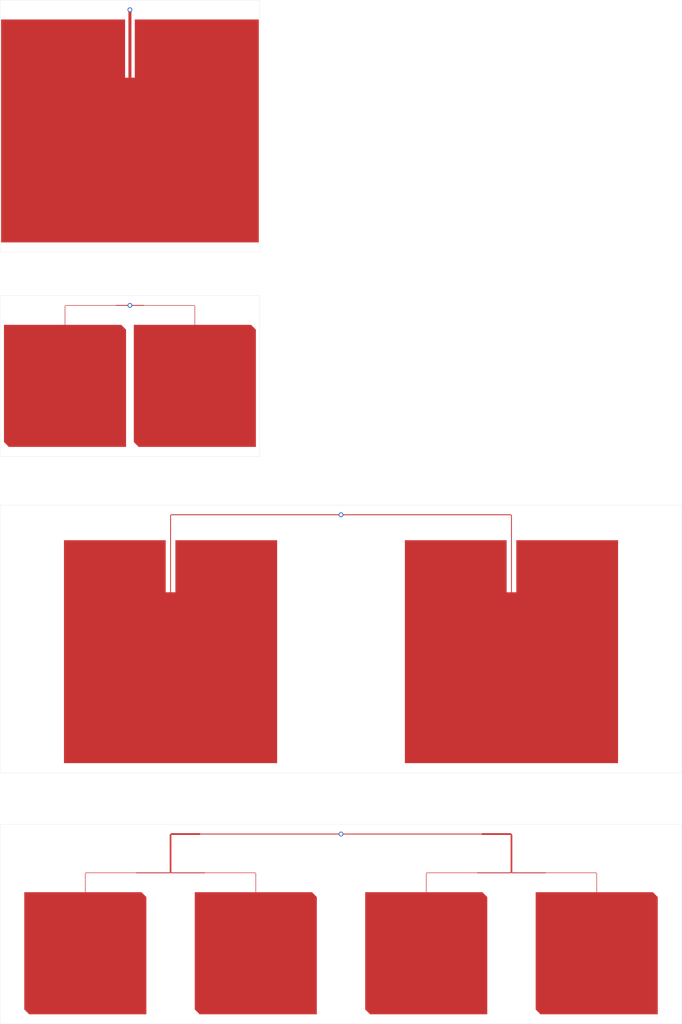
<source format=kicad_pcb>
(kicad_pcb (version 20221018) (generator pcbnew)
  (layers (0 "F.Cu" signal) (31 "B.Cu" signal) (44 "Edge.Cuts" user))
  (net 0 "")
  (net 1 "Antennas")
  (footprint "X1" (layer "F.Cu") (at 87 177.5)
    (fp_text reference "" (at 0 0) (layer "F.SilkS") (effects (font (size 1.27 1.27))))
    (fp_text value "" (at 0 0) (layer "F.SilkS") (effects (font (size 1.27 1.27))))
    (pad "1" thru_hole circle (at 0 0) (size 2.5 2.5) (drill 1.5) (layers "F.Cu") (net 1 "Antennas"))
  )
  (footprint "X0" (layer "F.Cu") (at 87 25)
    (fp_text reference "" (at 0 0) (layer "F.SilkS") (effects (font (size 1.27 1.27))))
    (fp_text value "" (at 0 0) (layer "F.SilkS") (effects (font (size 1.27 1.27))))
    (pad "1" thru_hole circle (at 0 0) (size 2.5 2.5) (drill 1.5) (layers "F.Cu") (net 1 "Antennas"))
  )
  (footprint "X2" (layer "F.Cu") (at 195.9292 285.5)
    (fp_text reference "" (at 0 0) (layer "F.SilkS") (effects (font (size 1.27 1.27))))
    (fp_text value "" (at 0 0) (layer "F.SilkS") (effects (font (size 1.27 1.27))))
    (pad "1" thru_hole circle (at 0 0) (size 2.5 2.5) (drill 1.5) (layers "F.Cu") (net 1 "Antennas"))
  )
  (footprint "X3" (layer "F.Cu") (at 195.9292 450.2127)
    (fp_text reference "" (at 0 0) (layer "F.SilkS") (effects (font (size 1.27 1.27))))
    (fp_text value "" (at 0 0) (layer "F.SilkS") (effects (font (size 1.27 1.27))))
    (pad "1" thru_hole circle (at 0 0) (size 2.5 2.5) (drill 1.5) (layers "F.Cu") (net 1 "Antennas"))
  )
  (gr_line (start 154 255.5) (end 20 255.5) (stroke (width 0.1)) (layer "Edge.Cuts"))
  (gr_line (start 154 150) (end 20 150) (stroke (width 0.1)) (layer "Edge.Cuts"))
  (gr_line (start 20 150) (end 20 20) (stroke (width 0.1)) (layer "Edge.Cuts"))
  (gr_line (start 20 445.2127) (end 371.8584 445.2127) (stroke (width 0.1)) (layer "Edge.Cuts"))
  (gr_line (start 371.8584 280.5) (end 371.8584 418.6418) (stroke (width 0.1)) (layer "Edge.Cuts"))
  (gr_line (start 20 280.5) (end 371.8584 280.5) (stroke (width 0.1)) (layer "Edge.Cuts"))
  (gr_line (start 371.8584 548.2127) (end 20 548.2127) (stroke (width 0.1)) (layer "Edge.Cuts"))
  (gr_line (start 154 172.5) (end 154 255.5) (stroke (width 0.1)) (layer "Edge.Cuts"))
  (gr_line (start 20 418.6418) (end 20 280.5) (stroke (width 0.1)) (layer "Edge.Cuts"))
  (gr_line (start 20 255.5) (end 20 172.5) (stroke (width 0.1)) (layer "Edge.Cuts"))
  (gr_line (start 20 172.5) (end 154 172.5) (stroke (width 0.1)) (layer "Edge.Cuts"))
  (gr_line (start 154 20) (end 154 150) (stroke (width 0.1)) (layer "Edge.Cuts"))
  (gr_line (start 20 548.2127) (end 20 445.2127) (stroke (width 0.1)) (layer "Edge.Cuts"))
  (gr_line (start 20 20) (end 154 20) (stroke (width 0.1)) (layer "Edge.Cuts"))
  (gr_line (start 371.8584 418.6418) (end 20 418.6418) (stroke (width 0.1)) (layer "Edge.Cuts"))
  (gr_line (start 371.8584 445.2127) (end 371.8584 548.2127) (stroke (width 0.1)) (layer "Edge.Cuts"))
  (zone (net 1) (net_name "Antennas") (layer "F.Cu") (connect_pads (clearance 0.3)) (min_thickness 0.05) (fill yes (thermal_gap 0.3) (thermal_bridge_width 0.25))
    (polygon (pts (xy 108.1886 325.5) (xy 108.1886 285.724) (xy 195.6415 285.724) (xy 196.1532 285.2123) (xy 196.1532 285.276) (xy 195.7052 285.276) (xy 108.2523 285.276) (xy 107.7406 285.7877) (xy 107.7406 325.5)))
  )
  (zone (net 1) (net_name "Antennas") (layer "F.Cu") (connect_pads (clearance 0.3)) (min_thickness 0.05) (fill yes (thermal_gap 0.3) (thermal_bridge_width 0.25))
    (polygon (pts (xy 53.6375 187.5) (xy 53.6375 177.6375) (xy 79.74 177.6375) (xy 79.74 177.3625) (xy 53.7274 177.3625) (xy 53.3625 177.7274) (xy 53.3625 187.5)))
  )
  (zone (net 1) (net_name "Antennas") (layer "F.Cu") (connect_pads (clearance 0.3)) (min_thickness 0.05) (fill yes (thermal_gap 0.3) (thermal_bridge_width 0.25))
    (polygon (pts (xy 301.6361 469.9887) (xy 284.1178 469.9887) (xy 283.6698 469.9887) (xy 283.6698 469.925) (xy 284.1815 470.4367) (xy 301.6361 470.4367)))
  )
  (zone (net 1) (net_name "Antennas") (layer "F.Cu") (connect_pads (clearance 0.3)) (min_thickness 0.05) (fill yes (thermal_gap 0.3) (thermal_bridge_width 0.25))
    (polygon (pts (xy 195.4292 449.7127) (xy 195.4292 450.7127) (xy 196.4292 450.7127) (xy 196.4292 449.7127)))
  )
  (zone (net 1) (net_name "Antennas") (layer "F.Cu") (connect_pads (clearance 0.3)) (min_thickness 0.05) (fill yes (thermal_gap 0.3) (thermal_bridge_width 0.25))
    (polygon (pts (xy 108.4066 470.2127) (xy 108.4066 450.6547) (xy 123.2946 450.6547) (xy 123.2946 449.7707) (xy 108.3426 449.7707) (xy 107.5226 450.5907) (xy 107.5226 470.2127)))
  )
  (zone (net 1) (net_name "Antennas") (layer "F.Cu") (connect_pads (clearance 0.3)) (min_thickness 0.05) (fill yes (thermal_gap 0.3) (thermal_bridge_width 0.25))
    (polygon (pts (xy 195.4292 285) (xy 195.4292 286) (xy 196.4292 286) (xy 196.4292 285)))
  )
  (zone (net 1) (net_name "Antennas") (layer "F.Cu") (connect_pads (clearance 0.3)) (min_thickness 0.05) (fill yes (thermal_gap 0.3) (thermal_bridge_width 0.25))
    (polygon (pts (xy 266.1515 470.4367) (xy 283.6061 470.4367) (xy 284.1178 469.925) (xy 284.1178 469.9887) (xy 283.6698 469.9887) (xy 266.1515 469.9887)))
  )
  (zone (net 1) (net_name "Antennas") (layer "F.Cu") (connect_pads (clearance 0.3)) (min_thickness 0.05) (fill yes (thermal_gap 0.3) (thermal_bridge_width 0.25))
    (polygon (pts (xy 228.8938 298.6418) (xy 228.8938 413.6418) (xy 338.8938 413.6418) (xy 338.8938 298.6418) (xy 286.3938 298.6418) (xy 286.3938 325.5) (xy 281.3938 325.5) (xy 281.3938 298.6418)))
  )
  (zone (net 1) (net_name "Antennas") (layer "F.Cu") (connect_pads (clearance 0.3)) (min_thickness 0.05) (fill yes (thermal_gap 0.3) (thermal_bridge_width 0.25))
    (polygon (pts (xy 86.23 60) (xy 86.23 25) (xy 87.77 25) (xy 87.77 60)))
  )
  (zone (net 1) (net_name "Antennas") (layer "F.Cu") (connect_pads (clearance 0.3)) (min_thickness 0.05) (fill yes (thermal_gap 0.3) (thermal_bridge_width 0.25))
    (polygon (pts (xy 52.9646 298.6418) (xy 52.9646 413.6418) (xy 162.9646 413.6418) (xy 162.9646 298.6418) (xy 110.4646 298.6418) (xy 110.4646 325.5) (xy 105.4646 325.5) (xy 105.4646 298.6418)))
  )
  (zone (net 1) (net_name "Antennas") (layer "F.Cu") (connect_pads (clearance 0.3)) (min_thickness 0.05) (fill yes (thermal_gap 0.3) (thermal_bridge_width 0.25))
    (polygon (pts (xy 90.2223 470.4367) (xy 107.6769 470.4367) (xy 108.1886 469.925) (xy 108.1886 469.9887) (xy 107.7406 469.9887) (xy 90.2223 469.9887)))
  )
  (zone (net 1) (net_name "Antennas") (layer "F.Cu") (connect_pads (clearance 0.3)) (min_thickness 0.05) (fill yes (thermal_gap 0.3) (thermal_bridge_width 0.25))
    (polygon (pts (xy 120.4469 480.2127) (xy 120.4469 540.7127) (xy 122.9469 543.2127) (xy 183.4469 543.2127) (xy 183.4469 482.7127) (xy 180.9469 480.2127)))
  )
  (zone (net 1) (net_name "Antennas") (layer "F.Cu") (connect_pads (clearance 0.3)) (min_thickness 0.05) (fill yes (thermal_gap 0.3) (thermal_bridge_width 0.25))
    (polygon (pts (xy 208.4115 480.2127) (xy 208.4115 540.7127) (xy 210.9115 543.2127) (xy 271.4115 543.2127) (xy 271.4115 482.7127) (xy 268.9115 480.2127)))
  )
  (zone (net 1) (net_name "Antennas") (layer "F.Cu") (connect_pads (clearance 0.3)) (min_thickness 0.05) (fill yes (thermal_gap 0.3) (thermal_bridge_width 0.25))
    (polygon (pts (xy 284.3358 470.2127) (xy 284.3358 450.5907) (xy 283.5158 449.7707) (xy 268.5638 449.7707) (xy 268.5638 450.6547) (xy 283.4518 450.6547) (xy 283.4518 470.2127)))
  )
  (zone (net 1) (net_name "Antennas") (layer "F.Cu") (connect_pads (clearance 0.3)) (min_thickness 0.05) (fill yes (thermal_gap 0.3) (thermal_bridge_width 0.25))
    (polygon (pts (xy 86.5 24.5) (xy 86.5 25.5) (xy 87.5 25.5) (xy 87.5 24.5)))
  )
  (zone (net 1) (net_name "Antennas") (layer "F.Cu") (connect_pads (clearance 0.3)) (min_thickness 0.05) (fill yes (thermal_gap 0.3) (thermal_bridge_width 0.25))
    (polygon (pts (xy 296.3761 480.2127) (xy 296.3761 540.7127) (xy 298.8761 543.2127) (xy 359.3761 543.2127) (xy 359.3761 482.7127) (xy 356.8761 480.2127)))
  )
  (zone (net 1) (net_name "Antennas") (layer "F.Cu") (connect_pads (clearance 0.3)) (min_thickness 0.05) (fill yes (thermal_gap 0.3) (thermal_bridge_width 0.25))
    (polygon (pts (xy 123.2946 450.4367) (xy 195.6415 450.4367) (xy 196.1532 449.925) (xy 196.1532 449.9887) (xy 195.7052 449.9887) (xy 123.2946 449.9887)))
  )
  (zone (net 1) (net_name "Antennas") (layer "F.Cu") (connect_pads (clearance 0.3)) (min_thickness 0.05) (fill yes (thermal_gap 0.3) (thermal_bridge_width 0.25))
    (polygon (pts (xy 79.74 177.724) (xy 86.7123 177.724) (xy 87.224 177.2123) (xy 87.224 177.276) (xy 86.776 177.276) (xy 79.74 177.276)))
  )
  (zone (net 1) (net_name "Antennas") (layer "F.Cu") (connect_pads (clearance 0.3)) (min_thickness 0.05) (fill yes (thermal_gap 0.3) (thermal_bridge_width 0.25))
    (polygon (pts (xy 125.7069 469.9887) (xy 108.1886 469.9887) (xy 107.7406 469.9887) (xy 107.7406 469.925) (xy 108.2523 470.4367) (xy 125.7069 470.4367)))
  )
  (zone (net 1) (net_name "Antennas") (layer "F.Cu") (connect_pads (clearance 0.3)) (min_thickness 0.05) (fill yes (thermal_gap 0.3) (thermal_bridge_width 0.25))
    (polygon (pts (xy 20.5 30) (xy 20.5 145) (xy 153.5 145) (xy 153.5 30) (xy 89.5 30) (xy 89.5 60) (xy 84.5 60) (xy 84.5 30)))
  )
  (zone (net 1) (net_name "Antennas") (layer "F.Cu") (connect_pads (clearance 0.3)) (min_thickness 0.05) (fill yes (thermal_gap 0.3) (thermal_bridge_width 0.25))
    (polygon (pts (xy 64.1198 480.2127) (xy 64.1198 470.3502) (xy 90.2223 470.3502) (xy 90.2223 470.0752) (xy 64.2097 470.0752) (xy 63.8448 470.4401) (xy 63.8448 480.2127)))
  )
  (zone (net 1) (net_name "Antennas") (layer "F.Cu") (connect_pads (clearance 0.3)) (min_thickness 0.05) (fill yes (thermal_gap 0.3) (thermal_bridge_width 0.25))
    (polygon (pts (xy 94.26 177.276) (xy 87.224 177.276) (xy 86.776 177.276) (xy 86.776 177.2123) (xy 87.2877 177.724) (xy 94.26 177.724)))
  )
  (zone (net 1) (net_name "Antennas") (layer "F.Cu") (connect_pads (clearance 0.3)) (min_thickness 0.05) (fill yes (thermal_gap 0.3) (thermal_bridge_width 0.25))
    (polygon (pts (xy 152.0844 480.2127) (xy 152.0844 470.4401) (xy 151.7195 470.0752) (xy 125.7069 470.0752) (xy 125.7069 470.3502) (xy 151.8094 470.3502) (xy 151.8094 480.2127)))
  )
  (zone (net 1) (net_name "Antennas") (layer "F.Cu") (connect_pads (clearance 0.3)) (min_thickness 0.05) (fill yes (thermal_gap 0.3) (thermal_bridge_width 0.25))
    (polygon (pts (xy 22 187.5) (xy 22 248) (xy 24.5 250.5) (xy 85 250.5) (xy 85 190) (xy 82.5 187.5)))
  )
  (zone (net 1) (net_name "Antennas") (layer "F.Cu") (connect_pads (clearance 0.3)) (min_thickness 0.05) (fill yes (thermal_gap 0.3) (thermal_bridge_width 0.25))
    (polygon (pts (xy 240.049 480.2127) (xy 240.049 470.3502) (xy 266.1515 470.3502) (xy 266.1515 470.0752) (xy 240.1389 470.0752) (xy 239.774 470.4401) (xy 239.774 480.2127)))
  )
  (zone (net 1) (net_name "Antennas") (layer "F.Cu") (connect_pads (clearance 0.3)) (min_thickness 0.05) (fill yes (thermal_gap 0.3) (thermal_bridge_width 0.25))
    (polygon (pts (xy 268.5638 449.9887) (xy 196.1532 449.9887) (xy 195.7052 449.9887) (xy 195.7052 449.925) (xy 196.2169 450.4367) (xy 268.5638 450.4367)))
  )
  (zone (net 1) (net_name "Antennas") (layer "F.Cu") (connect_pads (clearance 0.3)) (min_thickness 0.05) (fill yes (thermal_gap 0.3) (thermal_bridge_width 0.25))
    (polygon (pts (xy 120.6375 187.5) (xy 120.6375 177.7274) (xy 120.2726 177.3625) (xy 94.26 177.3625) (xy 94.26 177.6375) (xy 120.3625 177.6375) (xy 120.3625 187.5)))
  )
  (zone (net 1) (net_name "Antennas") (layer "F.Cu") (connect_pads (clearance 0.3)) (min_thickness 0.05) (fill yes (thermal_gap 0.3) (thermal_bridge_width 0.25))
    (polygon (pts (xy 32.4823 480.2127) (xy 32.4823 540.7127) (xy 34.9823 543.2127) (xy 95.4823 543.2127) (xy 95.4823 482.7127) (xy 92.9823 480.2127)))
  )
  (zone (net 1) (net_name "Antennas") (layer "F.Cu") (connect_pads (clearance 0.3)) (min_thickness 0.05) (fill yes (thermal_gap 0.3) (thermal_bridge_width 0.25))
    (polygon (pts (xy 89 187.5) (xy 89 248) (xy 91.5 250.5) (xy 152 250.5) (xy 152 190) (xy 149.5 187.5)))
  )
  (zone (net 1) (net_name "Antennas") (layer "F.Cu") (connect_pads (clearance 0.3)) (min_thickness 0.05) (fill yes (thermal_gap 0.3) (thermal_bridge_width 0.25))
    (polygon (pts (xy 284.1178 325.5) (xy 284.1178 285.7877) (xy 283.6061 285.276) (xy 196.1532 285.276) (xy 195.7052 285.276) (xy 195.7052 285.2123) (xy 196.2169 285.724) (xy 283.6698 285.724) (xy 283.6698 325.5)))
  )
  (zone (net 1) (net_name "Antennas") (layer "F.Cu") (connect_pads (clearance 0.3)) (min_thickness 0.05) (fill yes (thermal_gap 0.3) (thermal_bridge_width 0.25))
    (polygon (pts (xy 86.5 177) (xy 86.5 178) (xy 87.5 178) (xy 87.5 177)))
  )
  (zone (net 1) (net_name "Antennas") (layer "F.Cu") (connect_pads (clearance 0.3)) (min_thickness 0.05) (fill yes (thermal_gap 0.3) (thermal_bridge_width 0.25))
    (polygon (pts (xy 328.0136 480.2127) (xy 328.0136 470.4401) (xy 327.6487 470.0752) (xy 301.6361 470.0752) (xy 301.6361 470.3502) (xy 327.7386 470.3502) (xy 327.7386 480.2127)))
  )
)
</source>
